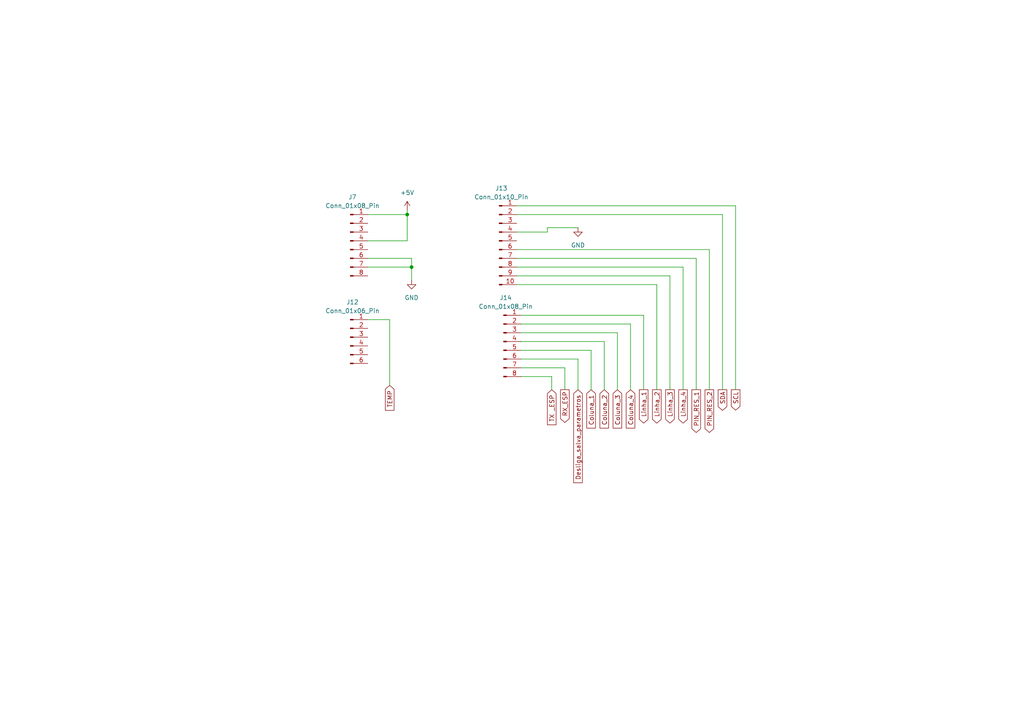
<source format=kicad_sch>
(kicad_sch (version 20231120) (generator "eeschema") (generator_version "8.0")
  (paper "A4")
  (title_block (title "Conectores") (date "2024-03-18") (rev "1.0") (company "Alex Thomas Valmorbida"))
  (lib_symbols
    (symbol "Connector:Conn_01x06_Pin" (pin_names (offset 1.016) hide)
      (property "Reference" "J" (at 0 7.62 0))
      (property "Value" "Conn_01x06_Pin" (at 0 -10.16 0))
      (symbol "Conn_01x06_Pin_1_1"
        (polyline (pts (xy 1.27 -7.62) (xy 0.8636 -7.62)) (stroke (width 0.1524)))
        (polyline (pts (xy 1.27 -5.08) (xy 0.8636 -5.08)) (stroke (width 0.1524)))
        (polyline (pts (xy 1.27 -2.54) (xy 0.8636 -2.54)) (stroke (width 0.1524)))
        (polyline (pts (xy 1.27 0) (xy 0.8636 0)) (stroke (width 0.1524)))
        (polyline (pts (xy 1.27 2.54) (xy 0.8636 2.54)) (stroke (width 0.1524)))
        (polyline (pts (xy 1.27 5.08) (xy 0.8636 5.08)) (stroke (width 0.1524)))
        (rectangle (start 0.8636 -7.493) (end 0 -7.747) (stroke (width 0.1524)) (fill (type outline)))
        (rectangle (start 0.8636 -4.953) (end 0 -5.207) (stroke (width 0.1524)) (fill (type outline)))
        (rectangle (start 0.8636 -2.413) (end 0 -2.667) (stroke (width 0.1524)) (fill (type outline)))
        (rectangle (start 0.8636 0.127) (end 0 -0.127) (stroke (width 0.1524)) (fill (type outline)))
        (rectangle (start 0.8636 2.667) (end 0 2.413) (stroke (width 0.1524)) (fill (type outline)))
        (rectangle (start 0.8636 5.207) (end 0 4.953) (stroke (width 0.1524)) (fill (type outline)))
        (pin passive line (at 5.08 5.08 180) (length 3.81) (name "Pin_1") (number "1"))
        (pin passive line (at 5.08 2.54 180) (length 3.81) (name "Pin_2") (number "2"))
        (pin passive line (at 5.08 0 180) (length 3.81) (name "Pin_3") (number "3"))
        (pin passive line (at 5.08 -2.54 180) (length 3.81) (name "Pin_4") (number "4"))
        (pin passive line (at 5.08 -5.08 180) (length 3.81) (name "Pin_5") (number "5"))
        (pin passive line (at 5.08 -7.62 180) (length 3.81) (name "Pin_6") (number "6"))
      )
    )
    (symbol "Connector:Conn_01x08_Pin" (pin_names (offset 1.016) hide)
      (property "Reference" "J" (at 0 10.16 0))
      (property "Value" "Conn_01x08_Pin" (at 0 -12.7 0))
      (symbol "Conn_01x08_Pin_1_1"
        (polyline (pts (xy 1.27 -10.16) (xy 0.8636 -10.16)) (stroke (width 0.1524)))
        (polyline (pts (xy 1.27 -7.62) (xy 0.8636 -7.62)) (stroke (width 0.1524)))
        (polyline (pts (xy 1.27 -5.08) (xy 0.8636 -5.08)) (stroke (width 0.1524)))
        (polyline (pts (xy 1.27 -2.54) (xy 0.8636 -2.54)) (stroke (width 0.1524)))
        (polyline (pts (xy 1.27 0) (xy 0.8636 0)) (stroke (width 0.1524)))
        (polyline (pts (xy 1.27 2.54) (xy 0.8636 2.54)) (stroke (width 0.1524)))
        (polyline (pts (xy 1.27 5.08) (xy 0.8636 5.08)) (stroke (width 0.1524)))
        (polyline (pts (xy 1.27 7.62) (xy 0.8636 7.62)) (stroke (width 0.1524)))
        (rectangle (start 0.8636 -10.033) (end 0 -10.287) (stroke (width 0.1524)) (fill (type outline)))
        (rectangle (start 0.8636 -7.493) (end 0 -7.747) (stroke (width 0.1524)) (fill (type outline)))
        (rectangle (start 0.8636 -4.953) (end 0 -5.207) (stroke (width 0.1524)) (fill (type outline)))
        (rectangle (start 0.8636 -2.413) (end 0 -2.667) (stroke (width 0.1524)) (fill (type outline)))
        (rectangle (start 0.8636 0.127) (end 0 -0.127) (stroke (width 0.1524)) (fill (type outline)))
        (rectangle (start 0.8636 2.667) (end 0 2.413) (stroke (width 0.1524)) (fill (type outline)))
        (rectangle (start 0.8636 5.207) (end 0 4.953) (stroke (width 0.1524)) (fill (type outline)))
        (rectangle (start 0.8636 7.747) (end 0 7.493) (stroke (width 0.1524)) (fill (type outline)))
        (pin passive line (at 5.08 7.62 180) (length 3.81) (name "Pin_1") (number "1"))
        (pin passive line (at 5.08 5.08 180) (length 3.81) (name "Pin_2") (number "2"))
        (pin passive line (at 5.08 2.54 180) (length 3.81) (name "Pin_3") (number "3"))
        (pin passive line (at 5.08 0 180) (length 3.81) (name "Pin_4") (number "4"))
        (pin passive line (at 5.08 -2.54 180) (length 3.81) (name "Pin_5") (number "5"))
        (pin passive line (at 5.08 -5.08 180) (length 3.81) (name "Pin_6") (number "6"))
        (pin passive line (at 5.08 -7.62 180) (length 3.81) (name "Pin_7") (number "7"))
        (pin passive line (at 5.08 -10.16 180) (length 3.81) (name "Pin_8") (number "8"))
      )
    )
    (symbol "Connector:Conn_01x10_Pin" (pin_names (offset 1.016) hide)
      (property "Reference" "J" (at 0 12.7 0))
      (property "Value" "Conn_01x10_Pin" (at 0 -15.24 0))
      (symbol "Conn_01x10_Pin_1_1"
        (polyline (pts (xy 1.27 -12.7) (xy 0.8636 -12.7)) (stroke (width 0.1524)))
        (polyline (pts (xy 1.27 -10.16) (xy 0.8636 -10.16)) (stroke (width 0.1524)))
        (polyline (pts (xy 1.27 -7.62) (xy 0.8636 -7.62)) (stroke (width 0.1524)))
        (polyline (pts (xy 1.27 -5.08) (xy 0.8636 -5.08)) (stroke (width 0.1524)))
        (polyline (pts (xy 1.27 -2.54) (xy 0.8636 -2.54)) (stroke (width 0.1524)))
        (polyline (pts (xy 1.27 0) (xy 0.8636 0)) (stroke (width 0.1524)))
        (polyline (pts (xy 1.27 2.54) (xy 0.8636 2.54)) (stroke (width 0.1524)))
        (polyline (pts (xy 1.27 5.08) (xy 0.8636 5.08)) (stroke (width 0.1524)))
        (polyline (pts (xy 1.27 7.62) (xy 0.8636 7.62)) (stroke (width 0.1524)))
        (polyline (pts (xy 1.27 10.16) (xy 0.8636 10.16)) (stroke (width 0.1524)))
        (rectangle (start 0.8636 -12.573) (end 0 -12.827) (stroke (width 0.1524)) (fill (type outline)))
        (rectangle (start 0.8636 -10.033) (end 0 -10.287) (stroke (width 0.1524)) (fill (type outline)))
        (rectangle (start 0.8636 -7.493) (end 0 -7.747) (stroke (width 0.1524)) (fill (type outline)))
        (rectangle (start 0.8636 -4.953) (end 0 -5.207) (stroke (width 0.1524)) (fill (type outline)))
        (rectangle (start 0.8636 -2.413) (end 0 -2.667) (stroke (width 0.1524)) (fill (type outline)))
        (rectangle (start 0.8636 0.127) (end 0 -0.127) (stroke (width 0.1524)) (fill (type outline)))
        (rectangle (start 0.8636 2.667) (end 0 2.413) (stroke (width 0.1524)) (fill (type outline)))
        (rectangle (start 0.8636 5.207) (end 0 4.953) (stroke (width 0.1524)) (fill (type outline)))
        (rectangle (start 0.8636 7.747) (end 0 7.493) (stroke (width 0.1524)) (fill (type outline)))
        (rectangle (start 0.8636 10.287) (end 0 10.033) (stroke (width 0.1524)) (fill (type outline)))
        (pin passive line (at 5.08 10.16 180) (length 3.81) (name "Pin_1") (number "1"))
        (pin passive line (at 5.08 -12.7 180) (length 3.81) (name "Pin_10") (number "10"))
        (pin passive line (at 5.08 7.62 180) (length 3.81) (name "Pin_2") (number "2"))
        (pin passive line (at 5.08 5.08 180) (length 3.81) (name "Pin_3") (number "3"))
        (pin passive line (at 5.08 2.54 180) (length 3.81) (name "Pin_4") (number "4"))
        (pin passive line (at 5.08 0 180) (length 3.81) (name "Pin_5") (number "5"))
        (pin passive line (at 5.08 -2.54 180) (length 3.81) (name "Pin_6") (number "6"))
        (pin passive line (at 5.08 -5.08 180) (length 3.81) (name "Pin_7") (number "7"))
        (pin passive line (at 5.08 -7.62 180) (length 3.81) (name "Pin_8") (number "8"))
        (pin passive line (at 5.08 -10.16 180) (length 3.81) (name "Pin_9") (number "9"))
      )
    )
    (symbol "power:+5V" (power) (pin_numbers hide) (pin_names (offset 0) hide)
      (property "Value" "+5V" (at 0 3.556 0))
      (symbol "+5V_0_1"
        (polyline (pts (xy -0.762 1.27) (xy 0 2.54)))
        (polyline (pts (xy 0 0) (xy 0 2.54)))
        (polyline (pts (xy 0 2.54) (xy 0.762 1.27)))
      )
      (symbol "+5V_1_1"
        (pin power_in line (at 0 0 90) (length 0) (name "~") (number "1"))
      )
    )
    (symbol "power:GND" (power) (pin_numbers hide) (pin_names (offset 0) hide)
      (property "Value" "GND" (at 0 -3.81 0))
      (symbol "GND_0_1"
        (polyline (pts (xy 0 0) (xy 0 -1.27) (xy 1.27 -1.27) (xy 0 -2.54) (xy -1.27 -1.27) (xy 0 -1.27)))
      )
      (symbol "GND_1_1"
        (pin power_in line (at 0 0 270) (length 0) (name "~") (number "1"))
      )
    )
  )
  (junction (at 119.38 77.47))
  (junction (at 118.11 62.23))
  (wire (pts (xy 171.45 113.03) (xy 171.45 101.6)))
  (wire (pts (xy 194.31 113.03) (xy 194.31 80.01)))
  (wire (pts (xy 175.26 99.06) (xy 151.13 99.06)))
  (wire (pts (xy 198.12 77.47) (xy 149.86 77.47)))
  (wire (pts (xy 190.5 113.03) (xy 190.5 82.55)))
  (wire (pts (xy 209.55 113.03) (xy 209.55 62.23)))
  (wire (pts (xy 205.74 72.39) (xy 149.86 72.39)))
  (wire (pts (xy 186.69 113.03) (xy 186.69 91.44)))
  (wire (pts (xy 209.55 62.23) (xy 149.86 62.23)))
  (wire (pts (xy 113.03 92.71) (xy 106.68 92.71)))
  (wire (pts (xy 182.88 93.98) (xy 151.13 93.98)))
  (wire (pts (xy 118.11 69.85) (xy 118.11 62.23)))
  (wire (pts (xy 213.36 59.69) (xy 149.86 59.69)))
  (wire (pts (xy 167.64 104.14) (xy 151.13 104.14)))
  (wire (pts (xy 179.07 113.03) (xy 179.07 96.52)))
  (wire (pts (xy 167.64 113.03) (xy 167.64 104.14)))
  (wire (pts (xy 113.03 111.76) (xy 113.03 92.71)))
  (wire (pts (xy 160.02 113.03) (xy 160.02 109.22)))
  (wire (pts (xy 158.75 67.31) (xy 158.75 66.04)))
  (wire (pts (xy 106.68 77.47) (xy 119.38 77.47)))
  (wire (pts (xy 213.36 113.03) (xy 213.36 59.69)))
  (wire (pts (xy 118.11 62.23) (xy 118.11 60.96)))
  (wire (pts (xy 205.74 113.03) (xy 205.74 72.39)))
  (wire (pts (xy 149.86 67.31) (xy 158.75 67.31)))
  (wire (pts (xy 106.68 74.93) (xy 119.38 74.93)))
  (wire (pts (xy 201.93 74.93) (xy 149.86 74.93)))
  (wire (pts (xy 179.07 96.52) (xy 151.13 96.52)))
  (wire (pts (xy 163.83 113.03) (xy 163.83 106.68)))
  (wire (pts (xy 118.11 62.23) (xy 106.68 62.23)))
  (wire (pts (xy 119.38 74.93) (xy 119.38 77.47)))
  (wire (pts (xy 190.5 82.55) (xy 149.86 82.55)))
  (wire (pts (xy 194.31 80.01) (xy 149.86 80.01)))
  (wire (pts (xy 119.38 77.47) (xy 119.38 81.28)))
  (wire (pts (xy 171.45 101.6) (xy 151.13 101.6)))
  (wire (pts (xy 163.83 106.68) (xy 151.13 106.68)))
  (wire (pts (xy 186.69 91.44) (xy 151.13 91.44)))
  (wire (pts (xy 106.68 69.85) (xy 118.11 69.85)))
  (wire (pts (xy 158.75 66.04) (xy 167.64 66.04)))
  (wire (pts (xy 198.12 113.03) (xy 198.12 77.47)))
  (wire (pts (xy 160.02 109.22) (xy 151.13 109.22)))
  (wire (pts (xy 201.93 113.03) (xy 201.93 74.93)))
  (wire (pts (xy 175.26 113.03) (xy 175.26 99.06)))
  (wire (pts (xy 182.88 113.03) (xy 182.88 93.98)))
  (global_label "Coluna_3" (shape input) (at 179.07 113.03 270) (property "Intersheetrefs" "${INTERSHEET_REFS}" (effects (hide yes))))
  (global_label "Coluna_1" (shape input) (at 171.45 113.03 270) (property "Intersheetrefs" "${INTERSHEET_REFS}" (effects (hide yes))))
  (global_label "RX_ESP" (shape output) (at 163.83 113.03 270) (property "Intersheetrefs" "${INTERSHEET_REFS}" (effects (hide yes))))
  (global_label "PIN_RES_1" (shape output) (at 201.93 113.03 270) (property "Intersheetrefs" "${INTERSHEET_REFS}" (effects (hide yes))) (property "Referências entre as folhas" "${INTERSHEET_REFS}" (effects (hide yes))))
  (global_label "Desliga_salva_parametros" (shape input) (at 167.64 113.03 270) (property "Intersheetrefs" "${INTERSHEET_REFS}" (effects (hide yes))))
  (global_label "Coluna_4" (shape input) (at 182.88 113.03 270) (property "Intersheetrefs" "${INTERSHEET_REFS}" (effects (hide yes))))
  (global_label "PIN_RES_2" (shape output) (at 205.74 113.03 270) (property "Intersheetrefs" "${INTERSHEET_REFS}" (effects (hide yes))) (property "Referências entre as folhas" "${INTERSHEET_REFS}" (effects (hide yes))))
  (global_label "SCL" (shape output) (at 213.36 113.03 270) (property "Intersheetrefs" "${INTERSHEET_REFS}" (effects (hide yes))))
  (global_label "TX _ESP" (shape input) (at 160.02 113.03 270) (property "Intersheetrefs" "${INTERSHEET_REFS}" (effects (hide yes))))
  (global_label "SDA" (shape output) (at 209.55 113.03 270) (property "Intersheetrefs" "${INTERSHEET_REFS}" (effects (hide yes))))
  (global_label "TEMP" (shape input) (at 113.03 111.76 270) (property "Intersheetrefs" "${INTERSHEET_REFS}" (effects (hide yes))) (property "Referências entre as folhas" "${INTERSHEET_REFS}" (effects (hide yes))))
  (global_label "Coluna_2" (shape input) (at 175.26 113.03 270) (property "Intersheetrefs" "${INTERSHEET_REFS}" (effects (hide yes))))
  (global_label "Linha_1" (shape output) (at 186.69 113.03 270) (property "Intersheetrefs" "${INTERSHEET_REFS}" (effects (hide yes))))
  (global_label "Linha_2" (shape output) (at 190.5 113.03 270) (property "Intersheetrefs" "${INTERSHEET_REFS}" (effects (hide yes))))
  (global_label "Linha_4" (shape output) (at 198.12 113.03 270) (property "Intersheetrefs" "${INTERSHEET_REFS}" (effects (hide yes))))
  (global_label "Linha_3" (shape output) (at 194.31 113.03 270) (property "Intersheetrefs" "${INTERSHEET_REFS}" (effects (hide yes))))
  (symbol (lib_id "Connector:Conn_01x08_Pin") (at 146.05 99.06 0) (unit 1)
    (property "Reference" "J14" (at 146.685 86.36 0))
    (property "Value" "Conn_01x08_Pin" (at 146.685 88.9 0))
    (property "Footprint" "Connector_PinHeader_2.54mm:PinHeader_1x08_P2.54mm_Vertical" (effects (hide yes)))
    (property "Description" "Generic connector, single row, 01x08, script generated" (effects (hide yes)))
  )
  (symbol (lib_id "Connector:Conn_01x08_Pin") (at 101.6 69.85 0) (unit 1)
    (property "Reference" "J7" (at 102.235 57.15 0))
    (property "Value" "Conn_01x08_Pin" (at 102.235 59.69 0))
    (property "Footprint" "Connector_PinHeader_2.54mm:PinHeader_1x08_P2.54mm_Vertical" (effects (hide yes)))
    (property "Description" "Generic connector, single row, 01x08, script generated" (effects (hide yes)))
  )
  (symbol (lib_id "Connector:Conn_01x06_Pin") (at 101.6 97.79 0) (unit 1)
    (property "Reference" "J12" (at 102.235 87.63 0))
    (property "Value" "Conn_01x06_Pin" (at 102.235 90.17 0))
    (property "Footprint" "Connector_PinHeader_2.54mm:PinHeader_1x06_P2.54mm_Vertical" (effects (hide yes)))
    (property "Description" "Generic connector, single row, 01x06, script generated" (effects (hide yes)))
  )
  (symbol (lib_id "power:+5V") (at 118.11 60.96 0) (unit 1)
    (property "Reference" "#PWR030" (effects (hide yes)))
    (property "Value" "+5V" (at 118.11 55.88 0))
    (property "Description" "Power symbol creates a global label with name \"+5V\"" (effects (hide yes)))
  )
  (symbol (lib_id "Connector:Conn_01x10_Pin") (at 144.78 69.85 0) (unit 1)
    (property "Reference" "J13" (at 145.415 54.61 0))
    (property "Value" "Conn_01x10_Pin" (at 145.415 57.15 0))
    (property "Footprint" "Connector_PinHeader_2.54mm:PinHeader_1x10_P2.54mm_Vertical" (effects (hide yes)))
    (property "Description" "Generic connector, single row, 01x10, script generated" (effects (hide yes)))
  )
  (symbol (lib_id "power:GND") (at 119.38 81.28 0) (unit 1)
    (property "Reference" "#PWR031" (effects (hide yes)))
    (property "Value" "GND" (at 119.38 86.36 0))
    (property "Description" "Power symbol creates a global label with name \"GND\" , ground" (effects (hide yes)))
  )
  (symbol (lib_id "power:GND") (at 167.64 66.04 0) (unit 1)
    (property "Reference" "#PWR032" (effects (hide yes)))
    (property "Value" "GND" (at 167.64 71.12 0))
    (property "Description" "Power symbol creates a global label with name \"GND\" , ground" (effects (hide yes)))
  )
)
</source>
